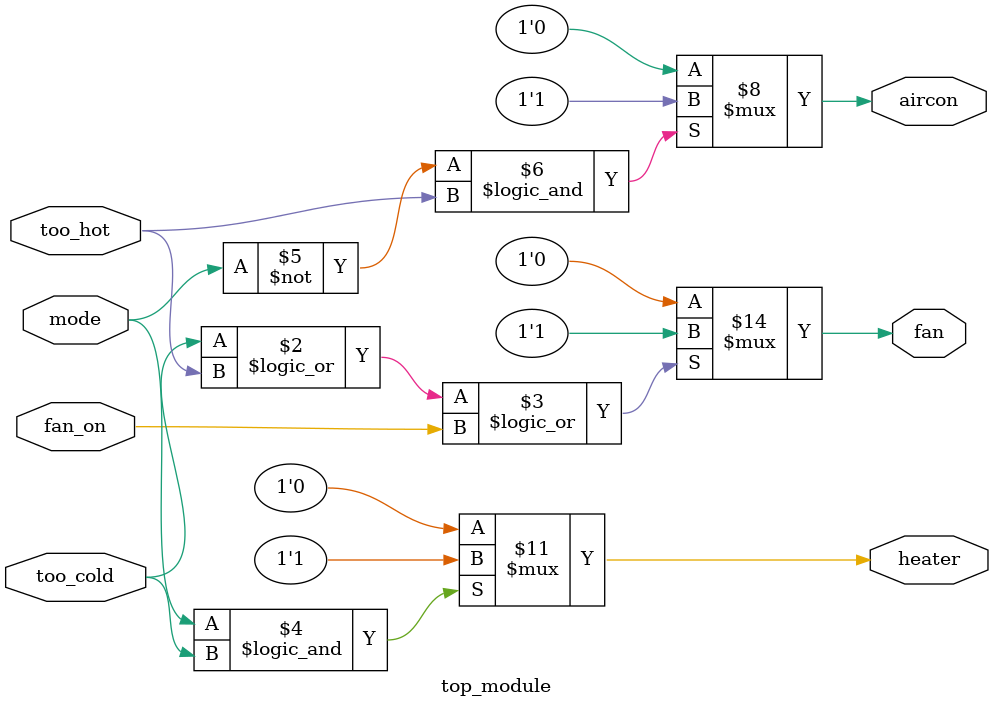
<source format=sv>
module top_module(
    input mode,
    input too_cold,
    input too_hot,
    input fan_on,
    output reg heater,
    output reg aircon,
    output reg fan
);

always @(*) begin
    // Set the fan output
    if (too_cold || too_hot || fan_on)
        fan = 1'b1;
    else
        fan = 1'b0;

    // Set the heater output
    if (mode && too_cold)
        heater = 1'b1;
    else
        heater = 1'b0;

    // Set the aircon output
    if (~mode && too_hot)
        aircon = 1'b1;
    else
        aircon = 1'b0;
end

endmodule

</source>
